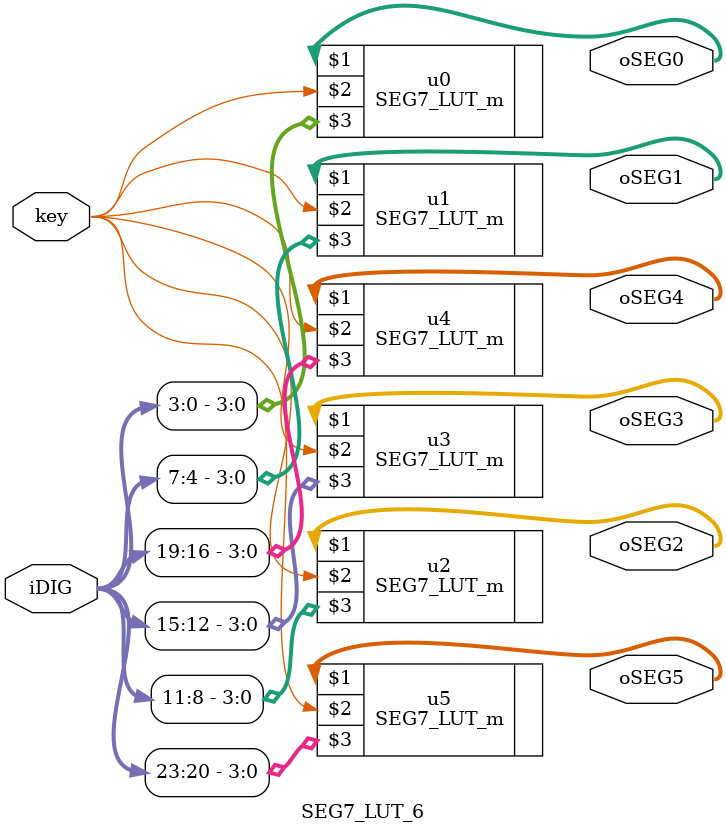
<source format=v>
module SEG7_LUT_6 (	oSEG0,oSEG1,oSEG2,oSEG3,oSEG4,oSEG5,iDIG , key);
input	[23:0]	iDIG;
input				key;
output	[6:0]	oSEG0,oSEG1,oSEG2,oSEG3,oSEG4,oSEG5;

//SEG7_LUT	u0	(	oSEG0,iDIG[3:0]		);
//SEG7_LUT	u1	(	oSEG1,iDIG[7:4]		);
//SEG7_LUT	u2	(	oSEG2,iDIG[11:8]	);
//SEG7_LUT	u3	(	oSEG3,iDIG[15:12]	);
//SEG7_LUT	u4	(	oSEG4,iDIG[19:16]	);
//SEG7_LUT	u5	(	oSEG5,iDIG[23:20]	);

SEG7_LUT_m	u0	(	oSEG0, key, iDIG[3:0]		);
SEG7_LUT_m	u1	(	oSEG1, key, iDIG[7:4]		);
SEG7_LUT_m	u2	(	oSEG2, key, iDIG[11:8]	);
SEG7_LUT_m	u3	(	oSEG3, key, iDIG[15:12]	);
SEG7_LUT_m	u4	(	oSEG4, key, iDIG[19:16]	);
SEG7_LUT_m	u5	(	oSEG5, key, iDIG[23:20]	);


endmodule
</source>
